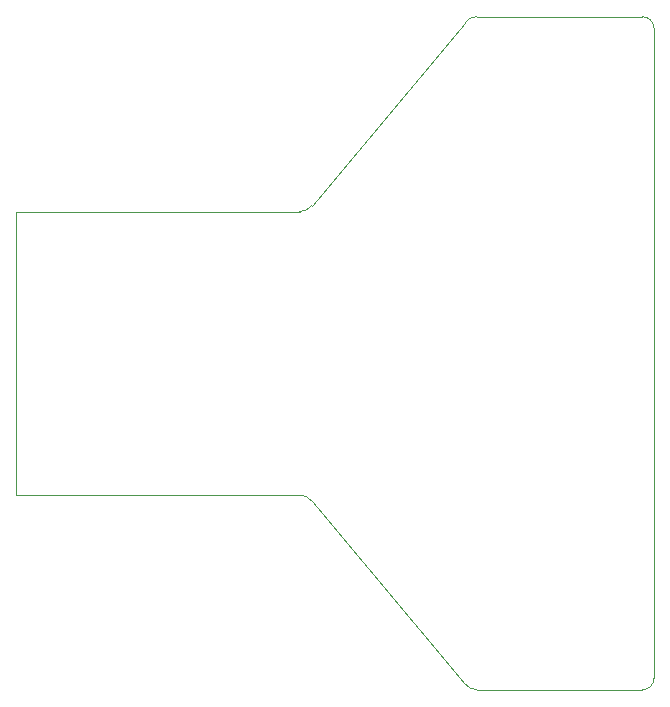
<source format=gm1>
G04 #@! TF.GenerationSoftware,KiCad,Pcbnew,(6.0.6)*
G04 #@! TF.CreationDate,2022-06-27T20:25:50-07:00*
G04 #@! TF.ProjectId,adapter,61646170-7465-4722-9e6b-696361645f70,rev?*
G04 #@! TF.SameCoordinates,Original*
G04 #@! TF.FileFunction,Profile,NP*
%FSLAX46Y46*%
G04 Gerber Fmt 4.6, Leading zero omitted, Abs format (unit mm)*
G04 Created by KiCad (PCBNEW (6.0.6)) date 2022-06-27 20:25:50*
%MOMM*%
%LPD*%
G01*
G04 APERTURE LIST*
G04 #@! TA.AperFunction,Profile*
%ADD10C,0.050000*%
G04 #@! TD*
G04 APERTURE END LIST*
D10*
X143000000Y-122500000D02*
G75*
G03*
X144000000Y-123000000I1066095J882192D01*
G01*
X130000000Y-107000000D02*
G75*
G03*
X129000000Y-106500000I-1003500J-757000D01*
G01*
X129000000Y-82500000D02*
G75*
G03*
X130000000Y-82000000I-1008J1252016D01*
G01*
X144000000Y-66000001D02*
G75*
G03*
X143000000Y-66500000I1970J-1253940D01*
G01*
X159000000Y-67000000D02*
G75*
G03*
X158000000Y-66000000I-1000000J0D01*
G01*
X158000000Y-123000000D02*
G75*
G03*
X159000000Y-122000000I0J1000000D01*
G01*
X129000000Y-106500000D02*
X105000000Y-106500000D01*
X143000000Y-122500000D02*
X130000000Y-107000000D01*
X158000000Y-123000000D02*
X144000000Y-123000000D01*
X159000000Y-67000000D02*
X159000000Y-122000000D01*
X144000000Y-66000000D02*
X158000000Y-66000000D01*
X130000000Y-82000000D02*
X143000000Y-66500000D01*
X105000000Y-82500000D02*
X129000000Y-82500000D01*
X105000000Y-83000000D02*
X105000000Y-82500000D01*
X105000000Y-106500000D02*
X105000000Y-83000000D01*
M02*

</source>
